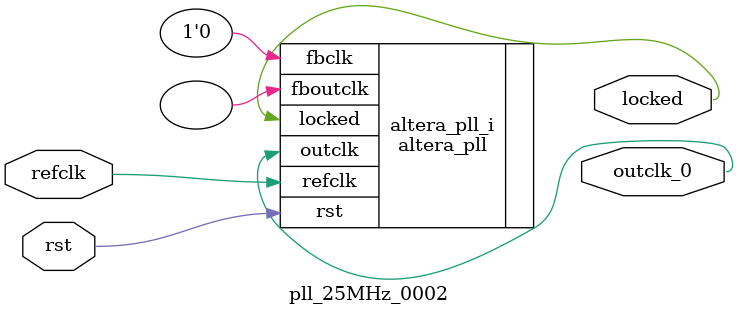
<source format=v>
`timescale 1ns/10ps
module  pll_25MHz_0002(

	// interface 'refclk'
	input wire refclk,

	// interface 'reset'
	input wire rst,

	// interface 'outclk0'
	output wire outclk_0,

	// interface 'locked'
	output wire locked
);

	altera_pll #(
		.fractional_vco_multiplier("false"),
		.reference_clock_frequency("50.0 MHz"),
		.operation_mode("direct"),
		.number_of_clocks(1),
		.output_clock_frequency0("25.175644 MHz"),
		.phase_shift0("0 ps"),
		.duty_cycle0(50),
		.output_clock_frequency1("0 MHz"),
		.phase_shift1("0 ps"),
		.duty_cycle1(50),
		.output_clock_frequency2("0 MHz"),
		.phase_shift2("0 ps"),
		.duty_cycle2(50),
		.output_clock_frequency3("0 MHz"),
		.phase_shift3("0 ps"),
		.duty_cycle3(50),
		.output_clock_frequency4("0 MHz"),
		.phase_shift4("0 ps"),
		.duty_cycle4(50),
		.output_clock_frequency5("0 MHz"),
		.phase_shift5("0 ps"),
		.duty_cycle5(50),
		.output_clock_frequency6("0 MHz"),
		.phase_shift6("0 ps"),
		.duty_cycle6(50),
		.output_clock_frequency7("0 MHz"),
		.phase_shift7("0 ps"),
		.duty_cycle7(50),
		.output_clock_frequency8("0 MHz"),
		.phase_shift8("0 ps"),
		.duty_cycle8(50),
		.output_clock_frequency9("0 MHz"),
		.phase_shift9("0 ps"),
		.duty_cycle9(50),
		.output_clock_frequency10("0 MHz"),
		.phase_shift10("0 ps"),
		.duty_cycle10(50),
		.output_clock_frequency11("0 MHz"),
		.phase_shift11("0 ps"),
		.duty_cycle11(50),
		.output_clock_frequency12("0 MHz"),
		.phase_shift12("0 ps"),
		.duty_cycle12(50),
		.output_clock_frequency13("0 MHz"),
		.phase_shift13("0 ps"),
		.duty_cycle13(50),
		.output_clock_frequency14("0 MHz"),
		.phase_shift14("0 ps"),
		.duty_cycle14(50),
		.output_clock_frequency15("0 MHz"),
		.phase_shift15("0 ps"),
		.duty_cycle15(50),
		.output_clock_frequency16("0 MHz"),
		.phase_shift16("0 ps"),
		.duty_cycle16(50),
		.output_clock_frequency17("0 MHz"),
		.phase_shift17("0 ps"),
		.duty_cycle17(50),
		.pll_type("General"),
		.pll_subtype("General")
	) altera_pll_i (
		.rst	(rst),
		.outclk	({outclk_0}),
		.locked	(locked),
		.fboutclk	( ),
		.fbclk	(1'b0),
		.refclk	(refclk)
	);
endmodule


</source>
